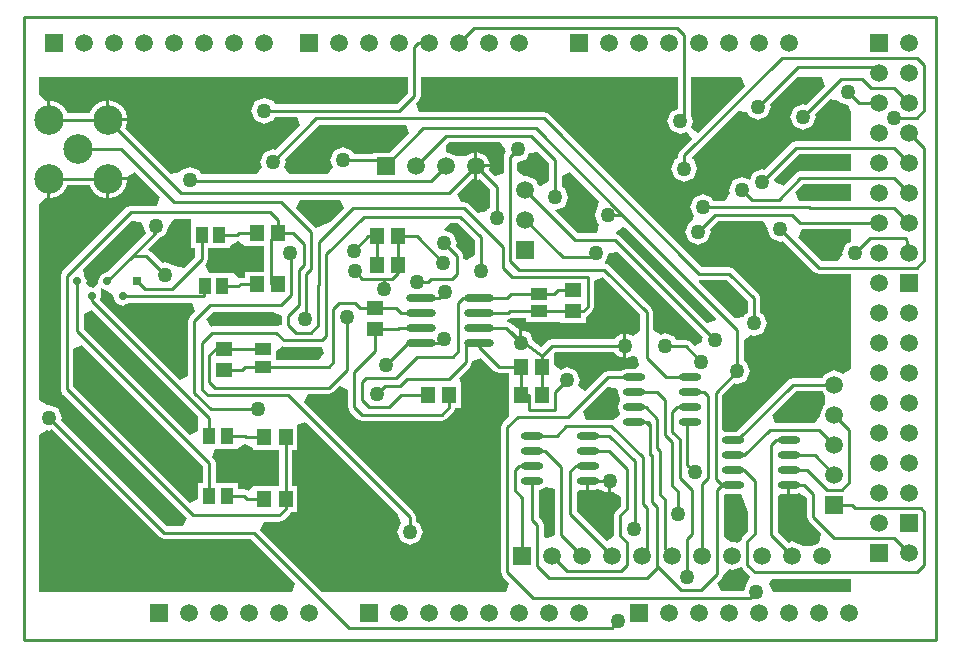
<source format=gbl>
%FSDAX24Y24*%
%MOIN*%
%SFA1B1*%

%IPPOS*%
%ADD10R,0.047200X0.055100*%
%ADD11R,0.055100X0.047200*%
%ADD15R,0.043300X0.055100*%
%ADD23C,0.010000*%
%ADD24R,0.059100X0.059100*%
%ADD25C,0.059100*%
%ADD26R,0.059100X0.059100*%
%ADD27C,0.098400*%
%ADD28R,0.027600X0.027600*%
%ADD29C,0.027600*%
%ADD30C,0.050000*%
%ADD31R,0.055100X0.043300*%
%ADD32O,0.098400X0.027600*%
%ADD33O,0.074800X0.023600*%
%LNpcb_csn_v3_1-1*%
%LPD*%
G36*
X019723Y008389D02*
X019793Y008284D01*
X019779Y008250*
X019864Y008045*
Y007955*
X019779Y007750*
X019864Y007545*
Y007485*
X019614Y007318*
X019570Y007336*
X018735*
X018620Y007614*
X019424Y008418*
X019723Y008389*
G37*
G36*
X002764Y011638D02*
D01*
X002967Y011492*
X002964Y011450*
X003056Y011230*
X003276Y011138*
X003326Y011159*
X003496Y011230*
X003498Y011234*
X005585*
X005700Y010956*
X005517Y010773*
X005454Y010620*
Y008792*
X005176Y008677*
X002517Y011337*
X002564Y011450*
X002544Y011730*
X002764Y011638*
G37*
G36*
X026659Y008159D02*
X026681Y008150D01*
Y007850*
X026659Y007841*
X026518Y007500*
X026532Y007466*
X026365Y007216*
X025035*
X024920Y007494*
X025710Y008284*
X026608*
X026659Y008159*
G37*
G36*
X015657Y008947D02*
D01*
X015810Y008884*
X016159*
Y008674*
Y008576*
Y007724*
Y007446*
X015947Y007233*
X015884Y007080*
Y002250*
X015947Y002097*
X016167Y001877*
X016052Y001600*
X009916*
X007860Y003656*
X007975Y003934*
X008500*
X008653Y003997*
X008857Y004201*
X008888Y004274*
X009091*
Y005126*
X008921*
Y006324*
X009091*
Y007146*
X009368Y007261*
X012417Y004212*
X012544Y003906*
X012417Y003600*
X012544Y003294*
X012850Y003167*
X013156Y003294*
X013283Y003600*
X013156Y003906*
X013066Y003943*
Y004085*
X013003Y004238*
X009329Y007912*
X009444Y008189*
X010146*
X010299Y008253*
X010506Y008460*
X010784Y008345*
Y007760*
X010847Y007607*
X011097Y007357*
X011250Y007294*
X013914*
X014067Y007357*
X014307Y007597*
X014360Y007724*
X014541*
Y008576*
X014482Y008716*
X014863Y009097*
X014926Y009250*
Y009285*
X015204Y009400*
X015657Y008947*
G37*
G36*
X008650Y009774D02*
X009915D01*
X009999Y009571*
X009832Y009321*
X008376*
Y009329*
Y009617*
X008625Y009784*
X008650Y009774*
G37*
G36*
X020531Y010833D02*
Y010287D01*
X020282Y010120*
X020060Y010212*
Y009800*
Y009388*
X020271Y009475*
X020422Y009413*
X020497Y009168*
X020463Y009118*
X020385Y009040*
X020069*
X019891Y008966*
X019450*
X019297Y008903*
X018691Y008297*
X018442Y008464*
X018523Y008660*
X018396Y008966*
X018090Y009093*
X017890Y009010*
X017641Y009177*
Y009526*
X017635Y009539*
X017679Y009584*
X019667*
X019704Y009494*
X019960Y009388*
Y009800*
Y010212*
X019704Y010106*
X019667Y010016*
X017589*
X017436Y009953*
X017237Y009753*
X016957Y009973*
X016856Y010216*
X016600Y010322*
Y009910*
X016500*
Y010322*
X016507Y010325*
X016193Y010570*
X016125Y010589*
X016060Y010616*
Y010624*
X016120Y010684*
X016252Y010738*
X016724*
Y010588*
X017576*
X017846*
X017874Y010559*
X018726*
Y010771*
X018778Y010793*
X018933Y010948*
X018996Y011101*
Y011975*
X019274Y012090*
X020531Y010833*
G37*
G36*
X020060Y013724D02*
X023063Y010721D01*
X023049Y010651*
X022762Y010564*
X019833Y013493*
X019716Y013541*
Y013596*
X019966Y013763*
X020060Y013724*
G37*
G36*
X022624Y010090D02*
X022587Y010000D01*
X022605Y009958*
X022355Y009791*
X022213Y009933*
X022060Y009996*
X021713*
X021676Y010086*
X021370Y010213*
X021214Y010148*
X020964Y010315*
Y010922*
X020901Y011075*
X019482Y012494*
X019329Y012557*
X019356Y012584*
X019479Y012882*
X019774Y012940*
X022624Y010090*
G37*
G36*
X008574Y010810D02*
Y010500D01*
X008400Y010456*
X006250*
X006214Y010441*
X006047Y010691*
X006290Y010934*
X008275*
X008574Y010810*
G37*
G36*
X004507Y003417D02*
X004660Y003354D01*
X007550*
X009027Y001877*
X008912Y001600*
X000500*
Y006840*
X000749Y007006*
X000820Y006977*
X000910Y007014*
X004507Y003417*
G37*
G36*
X025525Y004860D02*
X025731D01*
X025834Y004902*
X026084Y004736*
Y004100*
X026147Y003947*
X026559Y003535*
X026500Y003241*
X026259Y003141*
X026250Y003119*
X025950*
X025941Y003141*
X025600Y003282*
X025476Y003230*
X025116Y003590*
Y004791*
X025219Y004860*
X025425*
Y005150*
X025525*
Y004860*
G37*
G36*
X024124Y004274D02*
Y003630D01*
X023947Y003453*
X023884Y003300*
X023758Y003216*
X023600Y003282*
X023566Y003268*
X023316Y003435*
Y004825*
X023369Y004860*
X023881*
X024124Y004274*
G37*
G36*
X027550Y001600D02*
X024952D01*
X024810Y001865*
X024923Y002034*
X027550*
Y001600*
G37*
G36*
X023906Y002445D02*
D01*
X023947Y002347*
X024197Y002097*
X024094Y001906*
X023974Y001616*
X023210*
X023095Y001894*
X023253Y002052*
X023316Y002205*
X023530Y002347*
X023600Y002318*
X023906Y002445*
G37*
G36*
X017684Y005044D02*
Y003507D01*
X017556Y003439*
X017389Y003386*
X017316Y003435*
Y003820*
X017253Y003973*
X017146Y004080*
Y005010*
X017181*
X017386Y005095*
X017389Y005103*
X017684Y005044*
G37*
G36*
X007609Y006393D02*
Y006324D01*
X008488*
Y005126*
X007609*
X007473Y004953*
X007320Y005016*
X007112*
Y005226*
X006371*
Y005890*
X006308Y006043*
X006254Y006097*
X006368Y006374*
X007112*
Y006379*
X007345Y006534*
X007609Y006393*
G37*
G36*
X005788Y007453D02*
Y007226D01*
Y006955*
X005511Y006840*
X001981Y010370*
Y010869*
X002258Y010984*
X005788Y007453*
G37*
G36*
X005938Y005800D02*
Y005226D01*
X005788*
Y004690*
X005511Y004575*
X001636Y008450*
Y009710*
X001914Y009825*
X005938Y005800*
G37*
G36*
X019570Y004888D02*
X019629Y004912D01*
X019879Y004746*
Y004465*
X019717Y004303*
X019654Y004150*
Y003475*
X019649Y003458*
X019409Y003297*
X018416Y004290*
Y004941*
X018519Y005010*
X018725*
Y005300*
X018825*
Y005010*
X019031*
X019103Y005040*
X019214Y004994*
X019470Y004888*
Y005300*
X019570*
Y004888*
G37*
G36*
X024104Y011300D02*
Y010893D01*
X024014Y010856*
X023978Y010771*
X023684Y010712*
X022490Y011906*
Y011994*
X023410*
X024104Y011300*
G37*
G36*
X027550Y015616D02*
X025870D01*
X025717Y015553*
X025304Y015140*
X025013Y015260*
X024976Y015350*
X025810Y016184*
X027550*
Y015616*
G37*
G36*
X016007Y016350D02*
D01*
X016044Y016260*
X016037Y016253*
X015974Y016100*
Y015575*
X015696Y015460*
X015480Y015676*
X015511Y015750*
X015100*
Y015339*
X015174Y015370*
X015524Y015020*
Y014393*
X015434Y014356*
X015407Y014292*
X015113Y014233*
X014813Y014533*
X014660Y014596*
X014545*
X014430Y014874*
X014926Y015370*
X015000Y015339*
Y015800*
Y016261*
X014709Y016141*
X014700Y016119*
X014400*
X014391Y016141*
X014067Y016275*
X014050Y016282*
Y016494*
X014141Y016585*
X015850*
X016007Y016350*
G37*
G36*
X004520Y014754D02*
X004405Y014476D01*
X003555*
X003402Y014413*
X001267Y012278*
X001204Y012125*
Y008360*
X001267Y008207*
X005410Y004064*
X005295Y003786*
X004750*
X001216Y007320*
X001253Y007410*
X001126Y007716*
X000820Y007843*
X000749Y007814*
X000500Y007980*
Y014537*
X000732Y014728*
X000766Y014721*
Y015366*
X000866*
Y014721*
X001066Y014761*
X001279Y014903*
X001421Y015115*
X001427Y015149*
X002173*
X002179Y015115*
X002321Y014903*
X002534Y014761*
X002734Y014721*
Y015366*
X002784*
Y015416*
X003429*
X003423Y015445*
X003688Y015586*
X004520Y014754*
G37*
G36*
X012784Y018230D02*
X012410Y017856D01*
X008343*
X008306Y017946*
X008000Y018073*
X007694Y017946*
X007567Y017640*
X007694Y017334*
X008000Y017207*
X008306Y017334*
X008343Y017424*
X009075*
X009190Y017146*
X008370Y016326*
X008280Y016363*
X007974Y016236*
X007847Y015930*
X007913Y015771*
X007746Y015521*
X005878*
X005826Y015646*
X005520Y015773*
X005214Y015646*
X005190Y015588*
X004895Y015529*
X003370Y017055*
X003389Y017084*
X003429Y017284*
X002784*
Y017334*
X002734*
Y017979*
X002534Y017939*
X002321Y017797*
X002179Y017585*
X002173Y017551*
X001427*
X001421Y017585*
X001279Y017797*
X001066Y017939*
X000866Y017979*
Y017334*
X000766*
Y017979*
X000732Y017972*
X000500Y018163*
Y018750*
X012784*
Y018230*
G37*
G36*
X024017Y018473D02*
X022454Y016910D01*
X022205Y017077*
X022293Y017290*
X022216Y017475*
Y018750*
X023902*
X024017Y018473*
G37*
G36*
X026697D02*
X026040Y017816D01*
X025950Y017853*
X025644Y017726*
X025517Y017420*
X025644Y017114*
X025950Y016987*
X026256Y017114*
X026383Y017420*
X026346Y017510*
X026853Y018017*
X027148Y017959*
X027154Y017944*
X027460Y017817*
X027550Y017600*
Y016616*
X025720*
X025567Y016553*
X024670Y015656*
X024580Y015693*
X024274Y015566*
X024177Y015332*
X023910Y015443*
X023604Y015316*
X023477Y015010*
X023528Y014886*
X023362Y014636*
X022963*
X022926Y014726*
X022620Y014853*
X022314Y014726*
X022187Y014420*
X022314Y014114*
X022245Y013948*
X022144Y013906*
X022017Y013600*
X022144Y013294*
X022450Y013167*
X022756Y013294*
X022883Y013600*
X022846Y013690*
X023110Y013954*
X024606*
X024773Y013704*
X024767Y013690*
X024894Y013384*
X025200Y013257*
X025290Y013294*
X026337Y012247*
X026490Y012184*
X027550*
Y009024*
X027301Y008857*
X027000Y008982*
X026659Y008841*
X026608Y008716*
X025620*
X025467Y008653*
X023754Y006940*
X023369*
X023256Y007015*
Y008140*
X023670Y008554*
X023760Y008517*
X024066Y008644*
X024193Y008950*
X024066Y009256*
X023976Y009293*
Y009989*
X024226Y010156*
X024320Y010117*
X024626Y010244*
X024753Y010550*
X024626Y010856*
X024536Y010893*
Y011390*
X024473Y011543*
X023653Y012363*
X023500Y012426*
X022580*
X017473Y017533*
X017320Y017596*
X013155*
X013040Y017874*
X013153Y017987*
X013216Y018140*
Y018750*
X021784*
Y017691*
X021554Y017596*
X021427Y017290*
X021554Y016984*
X021860Y016857*
X022073Y016945*
X022240Y016696*
X021847Y016303*
X021784Y016150*
Y016053*
X021694Y016016*
X021567Y015710*
X021694Y015404*
X022000Y015277*
X022306Y015404*
X022433Y015710*
X022306Y016016*
X022216Y016053*
Y016060*
X023797Y017640*
X024091Y017582*
X024144Y017454*
X024450Y017327*
X024756Y017454*
X024883Y017760*
X024846Y017850*
X025746Y018750*
X026582*
X026697Y018473*
G37*
G36*
X017484Y015902D02*
Y015289D01*
X017234Y015122*
X017110Y015174*
X017041Y015341*
X016700Y015482*
X016656Y015464*
X016406Y015630*
Y015895*
X016440Y015917*
X016746Y016044*
X016817Y016215*
X017111Y016274*
X017484Y015902*
G37*
G36*
X012830Y016886D02*
X012189Y016245D01*
X011605*
Y016206*
X010973*
X010936Y016296*
X010630Y016423*
X010324Y016296*
X010197Y015990*
X010288Y015771*
X010121Y015521*
X008814*
X008647Y015771*
X008713Y015930*
X008676Y016020*
X009820Y017164*
X012715*
X012830Y016886*
G37*
G36*
X015008Y013329D02*
Y012825D01*
X014758Y012658*
X014636Y012709*
Y012780*
X014573Y012933*
X014376Y013130*
X014413Y013220*
X014286Y013526*
X013980Y013653*
Y013681*
X014192Y013894*
X014443*
X015008Y013329*
G37*
G36*
X003873Y013944D02*
X003962Y013810D01*
X004067Y013558*
X003451Y012943*
X002768Y012260*
X002764Y012262*
X002544Y012170*
X002453Y011950*
X002459Y011865*
X002293Y011745*
X002252Y011762*
X002178Y011753*
X002059Y011910*
X002076Y011950*
X002028Y012065*
X001984Y012170*
X001949Y012348*
X003574Y013973*
X003873Y013944*
G37*
G36*
X005538Y013926D02*
D01*
Y013074*
X005688*
Y012773*
X005307Y012392*
X005013Y012451*
X005006Y012466*
X004700Y012593*
X004610Y012556*
X004223Y012943*
X004142Y012976*
X004135Y013015*
X004548Y013428*
X004555Y013443*
X004701Y013504*
X004828Y013810*
X004984Y014044*
X005538*
Y013926*
G37*
G36*
X027550Y013271D02*
X027394Y013206D01*
X027267Y012900*
X027281Y012866*
X027114Y012616*
X026580*
X025790Y013406*
X025905Y013684*
X027550*
Y013271*
G37*
G36*
X019164Y014619D02*
X019134Y014466D01*
X019007Y014160*
X019134Y013854*
X019141Y013851*
X019083Y013556*
X018450*
X017696Y014311*
X017700Y014317*
X018006Y014444*
X018133Y014750*
X018006Y015056*
X017916Y015093*
Y015475*
X018194Y015590*
X019164Y014619*
G37*
G36*
X027550Y014616D02*
X026208D01*
X026160Y014636*
X025805*
X025690Y014914*
X025960Y015184*
X027550*
Y014616*
G37*
G36*
X007359Y013125D02*
Y013124D01*
X007991*
Y012276*
X007359*
Y012066*
X007190*
X007166Y012061*
X006962Y012226*
X006145*
X006030Y012503*
X006058Y012531*
X006121Y012684*
Y013074*
X006862*
Y013139*
X007126Y013281*
X007359Y013125*
G37*
G36*
X010650Y014396D02*
X010173Y013920D01*
X009723Y013733*
X009060Y014396*
X009175Y014674*
X010535*
X010650Y014396*
G37*
%LNpcb_csn_v3_1-2*%
%LPC*%
G36*
X002834Y017979D02*
Y017384D01*
X003429*
X003389Y017585*
X003247Y017797*
X003035Y017939*
X002834Y017979*
G37*
G36*
X003429Y015316D02*
X002834D01*
Y014721*
X003035Y014761*
X003247Y014903*
X003389Y015115*
X003429Y015316*
G37*
G36*
X015100Y016261D02*
Y015850D01*
X015511*
X015391Y016141*
X015100Y016261*
G37*
%LNpcb_csn_v3_1-3*%
%LPD*%
G54D10*
X014154Y008150D03*
X013446D03*
X017254Y009100D03*
X016546D03*
X017254Y008150D03*
X016546D03*
X011746Y012500D03*
X012454D03*
X007746Y011850D03*
X008454D03*
X007746Y013550D03*
X008454D03*
X012454Y013450D03*
X011746D03*
X007996Y006750D03*
X008704D03*
X007996Y004700D03*
X008704D03*
G54D11*
X011700Y010346D03*
Y011054D03*
X006650Y008996D03*
Y009704D03*
X018300Y010946D03*
Y011654D03*
G54D15*
X006745Y004800D03*
X006155D03*
X006595Y011800D03*
X006005D03*
X006495Y013500D03*
X005905D03*
X006745Y006800D03*
X006155D03*
G54D23*
X017940Y012760D02*
X019050D01*
X017039Y017051D02*
X019930Y014160D01*
X023760Y010330*
X019440Y014160D02*
X019930D01*
X021097Y002453D02*
X021895Y001655D01*
X020851Y007125D02*
Y007193D01*
Y006221D02*
Y007125D01*
Y006182D02*
Y006221D01*
Y006182D02*
X020936Y006097D01*
Y006136*
X020851Y006221D02*
X020936Y006136D01*
X020726Y007250D02*
X020794D01*
X020726D02*
X020851Y007125D01*
X021097Y002402D02*
Y002453D01*
X016930Y003990D02*
Y005300D01*
X012000Y012020D02*
X012250D01*
X011270D02*
X012000D01*
Y011692D02*
Y012020D01*
X016810Y007670D02*
Y008150D01*
X014710Y009900D02*
X015160D01*
Y009750D02*
Y009900D01*
X014710Y009250D02*
Y009900D01*
X016602Y009976D02*
X017254Y009465D01*
X016060Y010400D02*
X016602Y009976D01*
X022090Y005840D02*
Y007250D01*
X025790Y019100D02*
X028500D01*
X008208Y011850D02*
Y013338D01*
X025475Y005650D02*
X026100D01*
X026750Y005000*
X027250*
X027500Y005250*
Y007000*
X027000Y007500D02*
X027500Y007000D01*
X026500D02*
X027000Y006500D01*
X024850Y007000D02*
X026500D01*
X024000Y006150D02*
X024850Y007000D01*
X023625Y006150D02*
X024000D01*
X022060Y009780D02*
X022570Y009270D01*
X021370Y009780D02*
X022060D01*
X014154Y007750D02*
Y008150D01*
X013914Y007510D02*
X014154Y007750D01*
X011250Y007510D02*
X013914D01*
X011000Y007760D02*
X011250Y007510D01*
X011000Y007760D02*
Y008917D01*
X011700Y009617*
Y010346*
X006155Y006800D02*
Y007393D01*
X002252Y011295D02*
X006155Y007393D01*
X002252Y011295D02*
Y011450D01*
X003276D02*
X005995D01*
X006005Y011800*
X023760Y008950D02*
Y010330D01*
X011010Y012280D02*
X011270Y012020D01*
X012454Y012224D02*
Y012500D01*
X012250Y012020D02*
X012454Y012224D01*
Y013450D02*
X013090D01*
X013970Y012570*
X013555Y015305D02*
X014050Y015800D01*
X005555Y015305D02*
X013555D01*
X005520Y015340D02*
X005555Y015305D01*
X017700Y014750D02*
Y015991D01*
X016890Y016801D02*
X017700Y015991D01*
X014051Y016801D02*
X016890D01*
X013050Y015800D02*
X014051Y016801D01*
X017589Y009800D02*
X020010D01*
X017254Y009465D02*
X017589Y009800D01*
X018775Y005300D02*
X019520D01*
X017254Y009100D02*
Y009465D01*
X013870Y009900D02*
X014000Y010030D01*
X013235Y009900D02*
X013870D01*
X014140Y014890D02*
X015050Y015800D01*
X005229Y014890D02*
X014140D01*
X002784Y017334D02*
X005229Y014890D01*
X029000Y014400D02*
X029500Y013900D01*
X026179Y014400D02*
X029000D01*
X026160Y014420D02*
X026179Y014400D01*
X022620Y014420D02*
X026160D01*
X023910Y015010D02*
X024250Y014670D01*
X025140*
X025870Y015400*
X029000*
X029500Y014900*
X024580Y015260D02*
X025720Y016400D01*
X029000*
X029500Y015900*
X003604Y012790D02*
X004395Y013581D01*
Y013810*
X008704Y004354D02*
Y004700D01*
X008500Y004150D02*
X008704Y004354D01*
X005630Y004150D02*
X008500D01*
X001420Y008360D02*
X005630Y004150D01*
X001420Y008360D02*
Y012125D01*
X003555Y014260*
X008194*
X008454Y014000*
Y013550D02*
Y014000D01*
X020320Y003700D02*
X020351Y003731D01*
Y005950*
X019501Y006800D02*
X020351Y005950D01*
X018775Y006800D02*
X019501D01*
X027700Y012900D02*
X028200Y013400D01*
X029375*
X029500Y012900*
X021400Y008750D02*
X022175D01*
X020748Y009402D02*
X021400Y008750D01*
X020748Y009402D02*
Y010922D01*
X019329Y012341D02*
X020748Y010922D01*
X016474Y012341D02*
X019329D01*
X016190Y012625D02*
X016474Y012341D01*
X016190Y012625D02*
Y016100D01*
X016440Y016350*
X000820Y007410D02*
X004660Y003570D01*
X007640*
X010810Y000400*
X019580*
X019800Y000620*
X021800Y004200D02*
Y004937D01*
X021575Y005162D02*
X021800Y004937D01*
X021575Y005162D02*
Y006607D01*
X021351Y006831D02*
X021575Y006607D01*
X021351Y006831D02*
Y007999D01*
X021100Y008250D02*
X021351Y007999D01*
X020325Y008250D02*
X021100D01*
X019450Y008750D02*
X020325D01*
X018120Y007420D02*
X019450Y008750D01*
X016440Y007420D02*
X018120D01*
X016100Y007080D02*
X016440Y007420D01*
X016100Y002250D02*
Y007080D01*
Y002250D02*
X016950Y001400D01*
X024200*
X024400Y001600*
X006206Y007700D02*
X007796D01*
X005670Y008236D02*
X006206Y007700D01*
X005670Y008236D02*
Y010620D01*
X006200Y011150*
X008550*
X008900Y011500*
Y012850*
X008870Y012880D02*
X008900Y012850D01*
X015224Y012286D02*
Y013419D01*
X014533Y014110D02*
X015224Y013419D01*
X011310Y014110D02*
X014533D01*
X010070Y012869D02*
X011310Y014110D01*
X010070Y011390D02*
Y012869D01*
X010050Y011370D02*
X010070Y011390D01*
X010050Y010125D02*
Y011370D01*
X009915Y009990D02*
X010050Y010125D01*
X008650Y009990D02*
X009915D01*
X008400Y010240D02*
X008650Y009990D01*
X006250Y010240D02*
X008400D01*
X005920Y009910D02*
X006250Y010240D01*
X005920Y008340D02*
Y009910D01*
Y008340D02*
X006104Y008156D01*
X008779*
X012850Y004085*
Y003600D02*
Y004085D01*
X013090Y011940D02*
X013470D01*
X013570Y012040*
X014250*
X014420Y012210*
Y012780*
X013980Y013220D02*
X014420Y012780D01*
X011200Y011054D02*
X011700D01*
X011026Y011228D02*
X011200Y011054D01*
X010500Y011228D02*
X011026D01*
X010300Y011028D02*
X010500Y011228D01*
X010300Y009250D02*
Y011028D01*
X010155Y009105D02*
X010300Y009250D01*
X007950Y009105D02*
X010155D01*
X025870Y013900D02*
X028500D01*
X025600Y014170D02*
X025870Y013900D01*
X023020Y014170D02*
X025600D01*
X022450Y013600D02*
X023020Y014170D01*
X011470Y013450D02*
X011746D01*
X010990Y012970D02*
X011470Y013450D01*
X014170Y008710D02*
X014710Y009250D01*
X012770Y008710D02*
X014170D01*
X012530Y008470D02*
X012770Y008710D01*
X012010Y008470D02*
X012530D01*
X011750Y008210D02*
X012010Y008470D01*
X001800Y016350D02*
X003230D01*
X004980Y014600*
X008550*
X009570Y013580*
Y012350D02*
Y013580D01*
X009400Y012180D02*
X009570Y012350D01*
X009400Y010740D02*
Y012180D01*
X009350Y010690D02*
X009400Y010740D01*
X018300Y010946D02*
X018625D01*
X018780Y011101*
Y012091*
X016250D02*
X018780D01*
X015940Y012401D02*
X016250Y012091D01*
X015940Y012401D02*
Y013100D01*
X014660Y014380D02*
X015940Y013100D01*
X010940Y014380D02*
X014660D01*
X009820Y013260D02*
X010940Y014380D01*
X009820Y011840D02*
Y013260D01*
X009800Y011820D02*
X009820Y011840D01*
X009800Y010500D02*
Y011820D01*
X009540Y010240D02*
X009800Y010500D01*
X009050Y010240D02*
X009540D01*
X008790Y010500D02*
X009050Y010240D01*
X008790Y010500D02*
Y010810D01*
X009150Y011170*
Y012320*
X009320Y012490*
Y013180*
X008950Y013550D02*
X009320Y013180D01*
X008454Y013550D02*
X008950D01*
X019050Y012760D02*
Y012890D01*
X016700Y014000D02*
X017940Y012760D01*
X015740Y014050D02*
Y015110D01*
X015050Y015800D02*
X015740Y015110D01*
X012540Y008150D02*
X013446D01*
X012150Y007760D02*
X012540Y008150D01*
X011500Y007760D02*
X012150D01*
X011250Y008010D02*
X011500Y007760D01*
X011250Y008010D02*
Y008595D01*
X011375Y008720*
X012375*
X013095Y009440*
X014284*
X014458Y009613*
Y011238*
X014620Y011400*
X015165*
X019680Y013340D02*
X023020Y010000D01*
X018360Y013340D02*
X019680D01*
X016700Y015000D02*
X018360Y013340D01*
X010750Y009010D02*
Y010770D01*
X010146Y008406D02*
X010750Y009010D01*
X006354Y008406D02*
X010146D01*
X006170Y008590D02*
X006354Y008406D01*
X006170Y008590D02*
Y009500D01*
X006374Y009704*
X006650*
X013301Y017051D02*
X017039D01*
X012050Y015800D02*
X013301Y017051D01*
X024320Y010550D02*
Y011390D01*
X023500Y012210D02*
X024320Y011390D01*
X022490Y012210D02*
X023500D01*
X017320Y017380D02*
X022490Y012210D01*
X009730Y017380D02*
X017320D01*
X008280Y015930D02*
X009730Y017380D01*
X016546Y008150D02*
X016810D01*
Y007670D02*
X017700D01*
Y008270*
X018090Y008660*
X016060Y010400D02*
X016550Y009910D01*
X015165Y010400D02*
X016060D01*
X010630Y015990D02*
X011860D01*
X012050Y015800*
X013125Y019900D02*
X013500D01*
X013000Y019775D02*
X013125Y019900D01*
X013000Y018140D02*
Y019775D01*
X012500Y017640D02*
X013000Y018140D01*
X008000Y017640D02*
X012500D01*
X005905Y012684D02*
Y013500D01*
X004931Y011710D02*
X005905Y012684D01*
X004004Y011710D02*
X004931D01*
X003764Y011950D02*
X004004Y011710D01*
X004070Y012790D02*
X004700Y012160D01*
X003604Y012790D02*
X004070D01*
X002764Y011950D02*
X003604Y012790D01*
X021860Y017290D02*
X022000Y017430D01*
Y020150*
X021750Y020400D02*
X022000Y020150D01*
X015000Y020400D02*
X021750D01*
X014500Y019900D02*
X015000Y020400D01*
X022000Y015710D02*
Y016150D01*
X025250Y019400*
X029750*
X030000Y019150*
Y017650D02*
Y019150D01*
X029750Y017400D02*
X030000Y017650D01*
X029000Y017400D02*
X029750D01*
X028500Y018900D02*
Y019100D01*
X024450Y017760D02*
X025790Y019100D01*
X025950Y017420D02*
X027235Y018705D01*
X027906*
X028211Y018400*
X029000*
X029500Y017900*
X027810D02*
X028500D01*
X027460Y018250D02*
X027810Y017900D01*
X029500Y016900D02*
X030000Y016400D01*
Y012650D02*
Y016400D01*
X029750Y012400D02*
X030000Y012650D01*
X026490Y012400D02*
X029750D01*
X025200Y013690D02*
X026490Y012400D01*
X012800Y009900D02*
X013235D01*
X012070Y009170D02*
X012800Y009900D01*
X008208Y011850D02*
X008454D01*
X008208Y013338D02*
X008420Y013550D01*
X008454*
X013235Y011400D02*
X013830D01*
X014020Y011590*
X001764Y010281D02*
Y011950D01*
Y010281D02*
X006155Y005890D01*
Y004800D02*
Y005890D01*
X023040Y008230D02*
X023760Y008950D01*
X023040Y005360D02*
Y008230D01*
Y005360D02*
X023250Y005150D01*
X023625*
X016925Y006800D02*
X017750D01*
X018070Y007120*
X019570*
X020610Y006080*
Y004540D02*
Y006080D01*
Y004540D02*
X020770Y004380D01*
Y002970D02*
Y004380D01*
X020600Y002800D02*
X020770Y002970D01*
X016925Y005300D02*
X016930D01*
Y003990D02*
X017100Y003820D01*
Y002450D02*
Y003820D01*
Y002450D02*
X017495Y002055D01*
X020750*
X021097Y002402*
X020936Y004594D02*
Y006097D01*
X020325Y007250D02*
X020726D01*
X023100Y005000D02*
X023250Y005150D01*
X023100Y002205D02*
Y005000D01*
X022550Y001655D02*
X023100Y002205D01*
X021895Y001655D02*
X022550D01*
X021097Y002453D02*
Y004433D01*
X020936Y004594D02*
X021097Y004433D01*
X020794Y007250D02*
X020851Y007193D01*
X021347Y003053D02*
X021600Y002800D01*
X021347Y003053D02*
Y004683D01*
X021186Y004844D02*
X021347Y004683D01*
X021186Y004844D02*
Y006306D01*
X021101Y006390D02*
X021186Y006306D01*
X021101Y006390D02*
Y007359D01*
X020710Y007750D02*
X021101Y007359D01*
X020325Y007750D02*
X020710D01*
X017600Y002800D02*
X018095Y002305D01*
X019900*
X020095Y002500*
Y003250*
X019870Y003475D02*
X020095Y003250D01*
X019870Y003475D02*
Y004150D01*
X020095Y004375*
Y005690*
X019486Y006300D02*
X020095Y005690D01*
X018775Y006300D02*
X019486D01*
X022100Y002110D02*
Y003370D01*
X022250Y003520*
Y004980*
X021840Y005390D02*
X022250Y004980D01*
X021840Y005390D02*
Y006701D01*
X021601Y006940D02*
X021840Y006701D01*
X021601Y006940D02*
Y007591D01*
X021760Y007750*
X022175*
X022090Y005840D02*
X022340Y005590D01*
X022090Y007250D02*
X022175D01*
X022600Y002800D02*
Y005200D01*
X022790Y005390*
Y008125*
X022665Y008250D02*
X022790Y008125D01*
X022175Y008250D02*
X022665D01*
X025475Y006150D02*
X026350D01*
X027000Y005500*
X025620Y008500D02*
X027000D01*
X023770Y006650D02*
X025620Y008500D01*
X023625Y006650D02*
X023770D01*
X023625Y005650D02*
X024000D01*
X024340Y005310*
Y003540D02*
Y005310D01*
X024100Y003300D02*
X024340Y003540D01*
X024100Y002500D02*
Y003300D01*
Y002500D02*
X024350Y002250D01*
X029750*
X030000Y002500*
Y004275*
X029875Y004400D02*
X030000Y004275D01*
X027680Y004400D02*
X029875D01*
X027580Y004500D02*
X027680Y004400D01*
X027000Y004500D02*
X027580D01*
X016925Y006300D02*
X017350D01*
X017900Y005750*
Y003500D02*
Y005750D01*
Y003500D02*
X018600Y002800D01*
X015160Y009900D02*
X015165D01*
X015160Y009750D02*
X015810Y009100D01*
X016546*
X018200Y004200D02*
X019600Y002800D01*
X018200Y004200D02*
Y005625D01*
X018375Y005800*
X018775*
X029000Y003400D02*
X029500Y002900D01*
X027000Y003400D02*
X029000D01*
X026300Y004100D02*
X027000Y003400D01*
X026300Y004100D02*
Y004850D01*
X026000Y005150D02*
X026300Y004850D01*
X025475Y005150D02*
X026000D01*
X012544Y010900D02*
X013235D01*
X012390Y011054D02*
X012544Y010900D01*
X011700Y011054D02*
X012390D01*
X016500Y005800D02*
X016925D01*
X016350Y005650D02*
X016500Y005800D01*
X016350Y004980D02*
Y005650D01*
Y004980D02*
X016600Y004730D01*
Y002800D02*
Y004730D01*
X025050Y006650D02*
X025475D01*
X024900Y006500D02*
X025050Y006650D01*
X024900Y003500D02*
Y006500D01*
Y003500D02*
X025600Y002800D01*
X012494Y010400D02*
X013235D01*
X012440Y010346D02*
X012494Y010400D01*
X011700Y010346D02*
X012440D01*
X012454Y012500D02*
Y013450D01*
X016546Y008150D02*
Y009100D01*
X000816Y017334D02*
X002784D01*
X000816Y015366D02*
X002784D01*
X011746Y012970D02*
Y013450D01*
Y012970D02*
D01*
Y012500D02*
Y012970D01*
X017254Y008150D02*
Y009100D01*
X007140Y013550D02*
X007746D01*
X007090Y013500D02*
X007140Y013550D01*
X006495Y013500D02*
X007090D01*
X007190Y011850D02*
X007746D01*
X007140Y011800D02*
X007190Y011850D01*
X006595Y011800D02*
X007140D01*
X007390Y006750D02*
X007996D01*
X007340Y006800D02*
X007390Y006750D01*
X006745Y006800D02*
X007340D01*
X007420Y004700D02*
X007996D01*
X007320Y004800D02*
X007420Y004700D01*
X006745Y004800D02*
X007320D01*
X016175Y010955D02*
X017150D01*
X016120Y010900D02*
X016175Y010955D01*
X015165Y010900D02*
X016120D01*
X017729Y010946D02*
X018300D01*
X017720Y010955D02*
X017729Y010946D01*
X017150Y010955D02*
X017720D01*
X008704Y004700D02*
Y006750D01*
X016225Y011545D02*
X017150D01*
X016080Y011400D02*
X016225Y011545D01*
X015165Y011400D02*
X016080D01*
X017779Y011654D02*
X018300D01*
X017670Y011545D02*
X017779Y011654D01*
X017150Y011545D02*
X017670D01*
X007349Y009105D02*
X007950D01*
X007240Y008996D02*
X007349Y009105D01*
X006650Y008996D02*
X007240D01*
X007299Y009695D02*
X007950D01*
X007290Y009704D02*
X007299Y009695D01*
X006650Y009704D02*
X007290D01*
X030400Y000000D02*
Y020750D01*
X000000D02*
X030400D01*
X000000Y000000D02*
X030400D01*
X000000D02*
Y020750D01*
G54D24*
X011500Y000900D03*
X028500Y002900D03*
X016600Y002800D03*
X028500Y019900D03*
X009500D03*
X020500Y000900D03*
X012050Y015800D03*
X001000Y019900D03*
X018500D03*
X004500Y000900D03*
G54D25*
X012500Y000900D03*
X013500D03*
X014500D03*
X015500D03*
X016500D03*
X017500D03*
X018500D03*
X029500Y002900D03*
X026600Y002800D03*
X025600D03*
X024600D03*
X023600D03*
X022600D03*
X021600D03*
X020600D03*
X019600D03*
X018600D03*
X017600D03*
X029500Y019900D03*
X010500D03*
X011500D03*
X012500D03*
X013500D03*
X014500D03*
X015500D03*
X016500D03*
X021500Y000900D03*
X022500D03*
X023500D03*
X024500D03*
X025500D03*
X026500D03*
X027500D03*
X028500Y003900D03*
X029500Y004900D03*
X028500D03*
X029500Y005900D03*
X028500D03*
X029500Y006900D03*
X028500D03*
X029500Y007900D03*
X028500D03*
X029500Y008900D03*
X028500D03*
X029500Y009900D03*
X028500D03*
X029500Y010900D03*
X028500D03*
X015050Y015800D03*
X014050D03*
X013050D03*
X002000Y019900D03*
X003000D03*
X004000D03*
X005000D03*
X006000D03*
X007000D03*
X008000D03*
X019500D03*
X020500D03*
X021500D03*
X022500D03*
X023500D03*
X024500D03*
X025500D03*
X005500Y000900D03*
X006500D03*
X007500D03*
X008500D03*
X009500D03*
X028500Y011900D03*
X029500Y012900D03*
X028500D03*
X029500Y013900D03*
X028500D03*
X029500Y014900D03*
X028500D03*
X029500Y015900D03*
X028500D03*
X029500Y016900D03*
X028500D03*
X029500Y017900D03*
X028500D03*
X029500Y018900D03*
X028500D03*
X016700Y015000D03*
Y014000D03*
X027000Y005500D03*
Y006500D03*
Y007500D03*
Y008500D03*
G54D26*
X029500Y003900D03*
Y011900D03*
X016700Y013000D03*
X027000Y004500D03*
G54D27*
X000816Y017334D03*
X002784D03*
Y015366D03*
X000816D03*
X001800Y016350D03*
G54D28*
X003764Y011950D03*
G54D29*
X002252Y011450D03*
X003276D03*
X001764Y011950D03*
X002764D03*
G54D30*
X022570Y009270D03*
X021370Y009780D03*
X019440Y014160D03*
X011010Y012280D03*
X012000Y011692D03*
X013970Y012570D03*
X005520Y015340D03*
X017700Y014750D03*
X020010Y009800D03*
X019520Y005300D03*
X014000Y010030D03*
X022620Y014420D03*
X023910Y015010D03*
X024580Y015260D03*
X004395Y013810D03*
X020320Y003700D03*
X027700Y012900D03*
X016440Y016350D03*
X000820Y007410D03*
X019800Y000620D03*
X021800Y004200D03*
X024400Y001600D03*
X007796Y007700D03*
X008870Y012880D03*
X015224Y012286D03*
X012850Y003600D03*
X013090Y011940D03*
X013980Y013220D03*
X022450Y013600D03*
X010990Y012970D03*
X011750Y008210D03*
X009350Y010690D03*
X019050Y012890D03*
X015740Y014050D03*
X023020Y010000D03*
X010750Y010770D03*
X023760Y008950D03*
X024320Y010550D03*
X008280Y015930D03*
X018090Y008660D03*
X016550Y009910D03*
X010630Y015990D03*
X008000Y017640D03*
X004700Y012160D03*
X021860Y017290D03*
X022000Y015710D03*
X029000Y017400D03*
X024450Y017760D03*
X025950Y017420D03*
X027460Y018250D03*
X025200Y013690D03*
X012070Y009170D03*
X014020Y011590D03*
X022100Y002110D03*
X022340Y005590D03*
G54D31*
X007950Y009695D03*
Y009105D03*
X017150Y011545D03*
Y010955D03*
G54D32*
X013235Y009900D03*
Y010400D03*
Y010900D03*
Y011400D03*
X015165Y009900D03*
Y010400D03*
Y010900D03*
Y011400D03*
G54D33*
X018775Y006800D03*
Y006300D03*
Y005800D03*
Y005300D03*
X016925Y006800D03*
Y006300D03*
Y005800D03*
Y005300D03*
X022175Y008750D03*
Y008250D03*
Y007750D03*
Y007250D03*
X020325Y008750D03*
Y008250D03*
Y007750D03*
Y007250D03*
X023625Y005150D03*
Y005650D03*
Y006150D03*
Y006650D03*
X025475Y005150D03*
Y005650D03*
Y006150D03*
Y006650D03*
M02*
</source>
